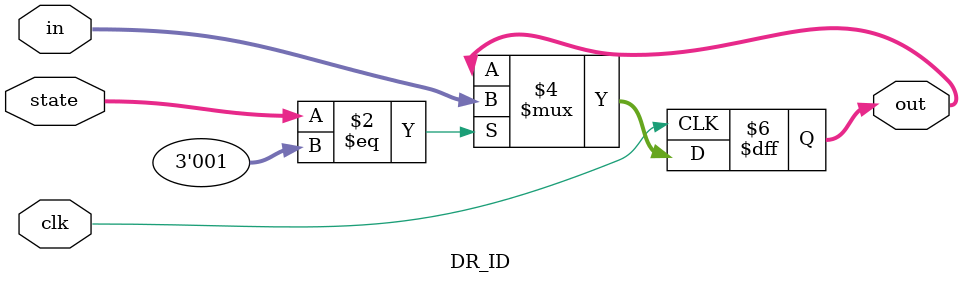
<source format=v>
`timescale 1ns / 1ps


module DR_ID(
    input[2:0] state,
    input clk,
    input [31:0] in,
    output reg [31:0] out
    );
    
    always @(negedge clk) begin
        if(state == 1)
        out = in;
    end
    
endmodule

</source>
